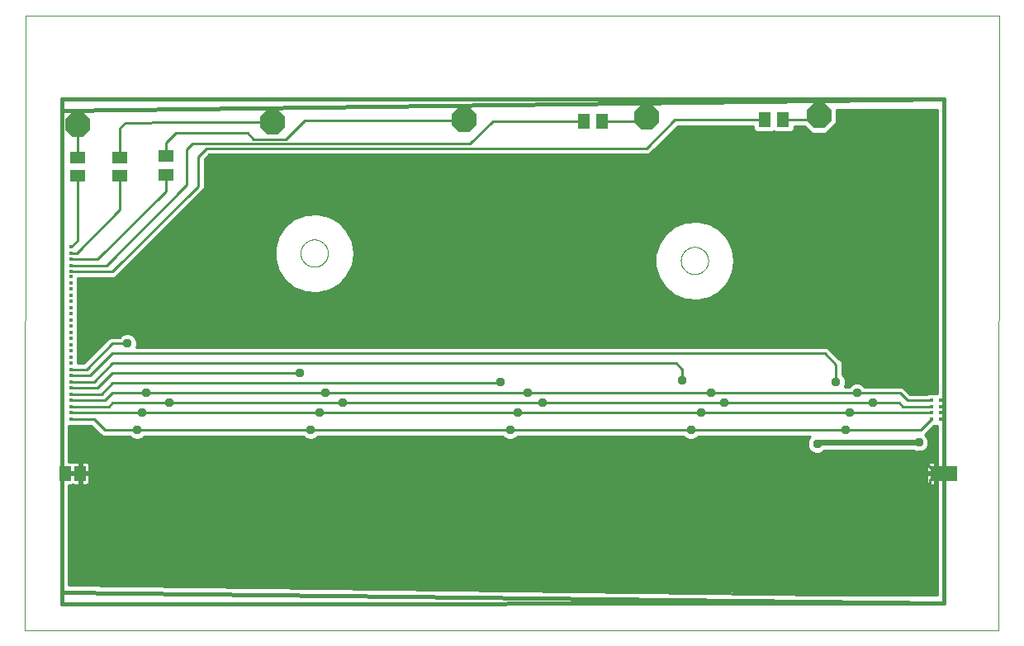
<source format=gbl>
G75*
%MOIN*%
%OFA0B0*%
%FSLAX25Y25*%
%IPPOS*%
%LPD*%
%AMOC8*
5,1,8,0,0,1.08239X$1,22.5*
%
%ADD10C,0.00000*%
%ADD11C,0.01600*%
%ADD12R,0.04600X0.06300*%
%ADD13R,0.01500X0.01500*%
%ADD14OC8,0.10000*%
%ADD15R,0.05906X0.05118*%
%ADD16R,0.05118X0.05906*%
%ADD17C,0.03762*%
%ADD18C,0.01000*%
%ADD19C,0.02400*%
D10*
X0001000Y0001000D02*
X0001500Y0249501D01*
X0394621Y0249501D01*
X0394121Y0001000D01*
X0001000Y0001000D01*
X0112488Y0153500D02*
X0112490Y0153648D01*
X0112496Y0153796D01*
X0112506Y0153944D01*
X0112520Y0154091D01*
X0112538Y0154238D01*
X0112559Y0154384D01*
X0112585Y0154530D01*
X0112615Y0154675D01*
X0112648Y0154819D01*
X0112686Y0154962D01*
X0112727Y0155104D01*
X0112772Y0155245D01*
X0112820Y0155385D01*
X0112873Y0155524D01*
X0112929Y0155661D01*
X0112989Y0155796D01*
X0113052Y0155930D01*
X0113119Y0156062D01*
X0113190Y0156192D01*
X0113264Y0156320D01*
X0113341Y0156446D01*
X0113422Y0156570D01*
X0113506Y0156692D01*
X0113593Y0156811D01*
X0113684Y0156928D01*
X0113778Y0157043D01*
X0113874Y0157155D01*
X0113974Y0157265D01*
X0114076Y0157371D01*
X0114182Y0157475D01*
X0114290Y0157576D01*
X0114401Y0157674D01*
X0114514Y0157770D01*
X0114630Y0157862D01*
X0114748Y0157951D01*
X0114869Y0158036D01*
X0114992Y0158119D01*
X0115117Y0158198D01*
X0115244Y0158274D01*
X0115373Y0158346D01*
X0115504Y0158415D01*
X0115637Y0158480D01*
X0115772Y0158541D01*
X0115908Y0158599D01*
X0116045Y0158654D01*
X0116184Y0158704D01*
X0116325Y0158751D01*
X0116466Y0158794D01*
X0116609Y0158834D01*
X0116753Y0158869D01*
X0116897Y0158901D01*
X0117043Y0158928D01*
X0117189Y0158952D01*
X0117336Y0158972D01*
X0117483Y0158988D01*
X0117630Y0159000D01*
X0117778Y0159008D01*
X0117926Y0159012D01*
X0118074Y0159012D01*
X0118222Y0159008D01*
X0118370Y0159000D01*
X0118517Y0158988D01*
X0118664Y0158972D01*
X0118811Y0158952D01*
X0118957Y0158928D01*
X0119103Y0158901D01*
X0119247Y0158869D01*
X0119391Y0158834D01*
X0119534Y0158794D01*
X0119675Y0158751D01*
X0119816Y0158704D01*
X0119955Y0158654D01*
X0120092Y0158599D01*
X0120228Y0158541D01*
X0120363Y0158480D01*
X0120496Y0158415D01*
X0120627Y0158346D01*
X0120756Y0158274D01*
X0120883Y0158198D01*
X0121008Y0158119D01*
X0121131Y0158036D01*
X0121252Y0157951D01*
X0121370Y0157862D01*
X0121486Y0157770D01*
X0121599Y0157674D01*
X0121710Y0157576D01*
X0121818Y0157475D01*
X0121924Y0157371D01*
X0122026Y0157265D01*
X0122126Y0157155D01*
X0122222Y0157043D01*
X0122316Y0156928D01*
X0122407Y0156811D01*
X0122494Y0156692D01*
X0122578Y0156570D01*
X0122659Y0156446D01*
X0122736Y0156320D01*
X0122810Y0156192D01*
X0122881Y0156062D01*
X0122948Y0155930D01*
X0123011Y0155796D01*
X0123071Y0155661D01*
X0123127Y0155524D01*
X0123180Y0155385D01*
X0123228Y0155245D01*
X0123273Y0155104D01*
X0123314Y0154962D01*
X0123352Y0154819D01*
X0123385Y0154675D01*
X0123415Y0154530D01*
X0123441Y0154384D01*
X0123462Y0154238D01*
X0123480Y0154091D01*
X0123494Y0153944D01*
X0123504Y0153796D01*
X0123510Y0153648D01*
X0123512Y0153500D01*
X0123510Y0153352D01*
X0123504Y0153204D01*
X0123494Y0153056D01*
X0123480Y0152909D01*
X0123462Y0152762D01*
X0123441Y0152616D01*
X0123415Y0152470D01*
X0123385Y0152325D01*
X0123352Y0152181D01*
X0123314Y0152038D01*
X0123273Y0151896D01*
X0123228Y0151755D01*
X0123180Y0151615D01*
X0123127Y0151476D01*
X0123071Y0151339D01*
X0123011Y0151204D01*
X0122948Y0151070D01*
X0122881Y0150938D01*
X0122810Y0150808D01*
X0122736Y0150680D01*
X0122659Y0150554D01*
X0122578Y0150430D01*
X0122494Y0150308D01*
X0122407Y0150189D01*
X0122316Y0150072D01*
X0122222Y0149957D01*
X0122126Y0149845D01*
X0122026Y0149735D01*
X0121924Y0149629D01*
X0121818Y0149525D01*
X0121710Y0149424D01*
X0121599Y0149326D01*
X0121486Y0149230D01*
X0121370Y0149138D01*
X0121252Y0149049D01*
X0121131Y0148964D01*
X0121008Y0148881D01*
X0120883Y0148802D01*
X0120756Y0148726D01*
X0120627Y0148654D01*
X0120496Y0148585D01*
X0120363Y0148520D01*
X0120228Y0148459D01*
X0120092Y0148401D01*
X0119955Y0148346D01*
X0119816Y0148296D01*
X0119675Y0148249D01*
X0119534Y0148206D01*
X0119391Y0148166D01*
X0119247Y0148131D01*
X0119103Y0148099D01*
X0118957Y0148072D01*
X0118811Y0148048D01*
X0118664Y0148028D01*
X0118517Y0148012D01*
X0118370Y0148000D01*
X0118222Y0147992D01*
X0118074Y0147988D01*
X0117926Y0147988D01*
X0117778Y0147992D01*
X0117630Y0148000D01*
X0117483Y0148012D01*
X0117336Y0148028D01*
X0117189Y0148048D01*
X0117043Y0148072D01*
X0116897Y0148099D01*
X0116753Y0148131D01*
X0116609Y0148166D01*
X0116466Y0148206D01*
X0116325Y0148249D01*
X0116184Y0148296D01*
X0116045Y0148346D01*
X0115908Y0148401D01*
X0115772Y0148459D01*
X0115637Y0148520D01*
X0115504Y0148585D01*
X0115373Y0148654D01*
X0115244Y0148726D01*
X0115117Y0148802D01*
X0114992Y0148881D01*
X0114869Y0148964D01*
X0114748Y0149049D01*
X0114630Y0149138D01*
X0114514Y0149230D01*
X0114401Y0149326D01*
X0114290Y0149424D01*
X0114182Y0149525D01*
X0114076Y0149629D01*
X0113974Y0149735D01*
X0113874Y0149845D01*
X0113778Y0149957D01*
X0113684Y0150072D01*
X0113593Y0150189D01*
X0113506Y0150308D01*
X0113422Y0150430D01*
X0113341Y0150554D01*
X0113264Y0150680D01*
X0113190Y0150808D01*
X0113119Y0150938D01*
X0113052Y0151070D01*
X0112989Y0151204D01*
X0112929Y0151339D01*
X0112873Y0151476D01*
X0112820Y0151615D01*
X0112772Y0151755D01*
X0112727Y0151896D01*
X0112686Y0152038D01*
X0112648Y0152181D01*
X0112615Y0152325D01*
X0112585Y0152470D01*
X0112559Y0152616D01*
X0112538Y0152762D01*
X0112520Y0152909D01*
X0112506Y0153056D01*
X0112496Y0153204D01*
X0112490Y0153352D01*
X0112488Y0153500D01*
X0265988Y0150500D02*
X0265990Y0150648D01*
X0265996Y0150796D01*
X0266006Y0150944D01*
X0266020Y0151091D01*
X0266038Y0151238D01*
X0266059Y0151384D01*
X0266085Y0151530D01*
X0266115Y0151675D01*
X0266148Y0151819D01*
X0266186Y0151962D01*
X0266227Y0152104D01*
X0266272Y0152245D01*
X0266320Y0152385D01*
X0266373Y0152524D01*
X0266429Y0152661D01*
X0266489Y0152796D01*
X0266552Y0152930D01*
X0266619Y0153062D01*
X0266690Y0153192D01*
X0266764Y0153320D01*
X0266841Y0153446D01*
X0266922Y0153570D01*
X0267006Y0153692D01*
X0267093Y0153811D01*
X0267184Y0153928D01*
X0267278Y0154043D01*
X0267374Y0154155D01*
X0267474Y0154265D01*
X0267576Y0154371D01*
X0267682Y0154475D01*
X0267790Y0154576D01*
X0267901Y0154674D01*
X0268014Y0154770D01*
X0268130Y0154862D01*
X0268248Y0154951D01*
X0268369Y0155036D01*
X0268492Y0155119D01*
X0268617Y0155198D01*
X0268744Y0155274D01*
X0268873Y0155346D01*
X0269004Y0155415D01*
X0269137Y0155480D01*
X0269272Y0155541D01*
X0269408Y0155599D01*
X0269545Y0155654D01*
X0269684Y0155704D01*
X0269825Y0155751D01*
X0269966Y0155794D01*
X0270109Y0155834D01*
X0270253Y0155869D01*
X0270397Y0155901D01*
X0270543Y0155928D01*
X0270689Y0155952D01*
X0270836Y0155972D01*
X0270983Y0155988D01*
X0271130Y0156000D01*
X0271278Y0156008D01*
X0271426Y0156012D01*
X0271574Y0156012D01*
X0271722Y0156008D01*
X0271870Y0156000D01*
X0272017Y0155988D01*
X0272164Y0155972D01*
X0272311Y0155952D01*
X0272457Y0155928D01*
X0272603Y0155901D01*
X0272747Y0155869D01*
X0272891Y0155834D01*
X0273034Y0155794D01*
X0273175Y0155751D01*
X0273316Y0155704D01*
X0273455Y0155654D01*
X0273592Y0155599D01*
X0273728Y0155541D01*
X0273863Y0155480D01*
X0273996Y0155415D01*
X0274127Y0155346D01*
X0274256Y0155274D01*
X0274383Y0155198D01*
X0274508Y0155119D01*
X0274631Y0155036D01*
X0274752Y0154951D01*
X0274870Y0154862D01*
X0274986Y0154770D01*
X0275099Y0154674D01*
X0275210Y0154576D01*
X0275318Y0154475D01*
X0275424Y0154371D01*
X0275526Y0154265D01*
X0275626Y0154155D01*
X0275722Y0154043D01*
X0275816Y0153928D01*
X0275907Y0153811D01*
X0275994Y0153692D01*
X0276078Y0153570D01*
X0276159Y0153446D01*
X0276236Y0153320D01*
X0276310Y0153192D01*
X0276381Y0153062D01*
X0276448Y0152930D01*
X0276511Y0152796D01*
X0276571Y0152661D01*
X0276627Y0152524D01*
X0276680Y0152385D01*
X0276728Y0152245D01*
X0276773Y0152104D01*
X0276814Y0151962D01*
X0276852Y0151819D01*
X0276885Y0151675D01*
X0276915Y0151530D01*
X0276941Y0151384D01*
X0276962Y0151238D01*
X0276980Y0151091D01*
X0276994Y0150944D01*
X0277004Y0150796D01*
X0277010Y0150648D01*
X0277012Y0150500D01*
X0277010Y0150352D01*
X0277004Y0150204D01*
X0276994Y0150056D01*
X0276980Y0149909D01*
X0276962Y0149762D01*
X0276941Y0149616D01*
X0276915Y0149470D01*
X0276885Y0149325D01*
X0276852Y0149181D01*
X0276814Y0149038D01*
X0276773Y0148896D01*
X0276728Y0148755D01*
X0276680Y0148615D01*
X0276627Y0148476D01*
X0276571Y0148339D01*
X0276511Y0148204D01*
X0276448Y0148070D01*
X0276381Y0147938D01*
X0276310Y0147808D01*
X0276236Y0147680D01*
X0276159Y0147554D01*
X0276078Y0147430D01*
X0275994Y0147308D01*
X0275907Y0147189D01*
X0275816Y0147072D01*
X0275722Y0146957D01*
X0275626Y0146845D01*
X0275526Y0146735D01*
X0275424Y0146629D01*
X0275318Y0146525D01*
X0275210Y0146424D01*
X0275099Y0146326D01*
X0274986Y0146230D01*
X0274870Y0146138D01*
X0274752Y0146049D01*
X0274631Y0145964D01*
X0274508Y0145881D01*
X0274383Y0145802D01*
X0274256Y0145726D01*
X0274127Y0145654D01*
X0273996Y0145585D01*
X0273863Y0145520D01*
X0273728Y0145459D01*
X0273592Y0145401D01*
X0273455Y0145346D01*
X0273316Y0145296D01*
X0273175Y0145249D01*
X0273034Y0145206D01*
X0272891Y0145166D01*
X0272747Y0145131D01*
X0272603Y0145099D01*
X0272457Y0145072D01*
X0272311Y0145048D01*
X0272164Y0145028D01*
X0272017Y0145012D01*
X0271870Y0145000D01*
X0271722Y0144992D01*
X0271574Y0144988D01*
X0271426Y0144988D01*
X0271278Y0144992D01*
X0271130Y0145000D01*
X0270983Y0145012D01*
X0270836Y0145028D01*
X0270689Y0145048D01*
X0270543Y0145072D01*
X0270397Y0145099D01*
X0270253Y0145131D01*
X0270109Y0145166D01*
X0269966Y0145206D01*
X0269825Y0145249D01*
X0269684Y0145296D01*
X0269545Y0145346D01*
X0269408Y0145401D01*
X0269272Y0145459D01*
X0269137Y0145520D01*
X0269004Y0145585D01*
X0268873Y0145654D01*
X0268744Y0145726D01*
X0268617Y0145802D01*
X0268492Y0145881D01*
X0268369Y0145964D01*
X0268248Y0146049D01*
X0268130Y0146138D01*
X0268014Y0146230D01*
X0267901Y0146326D01*
X0267790Y0146424D01*
X0267682Y0146525D01*
X0267576Y0146629D01*
X0267474Y0146735D01*
X0267374Y0146845D01*
X0267278Y0146957D01*
X0267184Y0147072D01*
X0267093Y0147189D01*
X0267006Y0147308D01*
X0266922Y0147430D01*
X0266841Y0147554D01*
X0266764Y0147680D01*
X0266690Y0147808D01*
X0266619Y0147938D01*
X0266552Y0148070D01*
X0266489Y0148204D01*
X0266429Y0148339D01*
X0266373Y0148476D01*
X0266320Y0148615D01*
X0266272Y0148755D01*
X0266227Y0148896D01*
X0266186Y0149038D01*
X0266148Y0149181D01*
X0266115Y0149325D01*
X0266085Y0149470D01*
X0266059Y0149616D01*
X0266038Y0149762D01*
X0266020Y0149909D01*
X0266006Y0150056D01*
X0265996Y0150204D01*
X0265990Y0150352D01*
X0265988Y0150500D01*
D11*
X0372200Y0215800D02*
X0016000Y0211200D01*
X0016000Y0215800D01*
X0372200Y0215800D01*
X0372250Y0215800D01*
X0372250Y0012000D01*
X0016000Y0011800D01*
X0016000Y0016500D01*
X0372300Y0012000D01*
X0016000Y0016500D02*
X0016000Y0030500D01*
X0016000Y0062000D01*
X0016000Y0211200D01*
D12*
X0017500Y0064500D03*
X0023500Y0064500D03*
X0369000Y0064500D03*
X0375000Y0064500D03*
D13*
X0370787Y0086500D03*
X0370787Y0089000D03*
X0370787Y0091500D03*
X0370787Y0094000D03*
X0367213Y0094000D03*
X0367213Y0091500D03*
X0367213Y0089000D03*
X0367213Y0086500D03*
X0019787Y0086500D03*
X0019787Y0089000D03*
X0019787Y0091500D03*
X0019787Y0094000D03*
X0019787Y0096500D03*
X0019787Y0099000D03*
X0019787Y0101500D03*
X0019787Y0104000D03*
X0019787Y0106500D03*
X0019787Y0109000D03*
X0019787Y0111500D03*
X0019787Y0114000D03*
X0019787Y0116500D03*
X0019787Y0119000D03*
X0019787Y0121500D03*
X0019787Y0124000D03*
X0019787Y0126500D03*
X0019787Y0129000D03*
X0019787Y0131500D03*
X0019787Y0134000D03*
X0019787Y0136500D03*
X0019787Y0139000D03*
X0019787Y0141500D03*
X0019787Y0144000D03*
X0019787Y0146000D03*
X0019787Y0148500D03*
X0019787Y0151000D03*
X0019787Y0153500D03*
X0019787Y0156000D03*
X0016213Y0156000D03*
X0016213Y0153500D03*
X0016213Y0151000D03*
X0016213Y0148500D03*
X0016213Y0146000D03*
X0016213Y0144000D03*
X0016213Y0141500D03*
X0016213Y0139000D03*
X0016213Y0136500D03*
X0016213Y0134000D03*
X0016213Y0131500D03*
X0016213Y0129000D03*
X0016213Y0126500D03*
X0016213Y0124000D03*
X0016213Y0121500D03*
X0016213Y0119000D03*
X0016213Y0116500D03*
X0016213Y0114000D03*
X0016213Y0111500D03*
X0016213Y0109000D03*
X0016213Y0106500D03*
X0016213Y0104000D03*
X0016213Y0101500D03*
X0016213Y0099000D03*
X0016213Y0096500D03*
X0016213Y0094000D03*
X0016213Y0091500D03*
X0016213Y0089000D03*
X0016213Y0086500D03*
D14*
X0022350Y0205300D03*
X0101050Y0206500D03*
X0178550Y0207400D03*
X0252200Y0208400D03*
X0321700Y0209050D03*
D15*
X0058000Y0192740D03*
X0058000Y0185260D03*
X0039450Y0184760D03*
X0039450Y0192240D03*
X0022400Y0192240D03*
X0022400Y0184760D03*
D16*
X0226760Y0206950D03*
X0234240Y0206950D03*
X0299760Y0207400D03*
X0307240Y0207400D03*
D17*
X0325000Y0126000D03*
X0328500Y0101500D03*
X0337000Y0097000D03*
X0343500Y0093000D03*
X0334000Y0089000D03*
X0332500Y0082000D03*
X0321000Y0076500D03*
X0339000Y0054500D03*
X0362500Y0072000D03*
X0362000Y0077000D03*
X0365000Y0107500D03*
X0283500Y0093000D03*
X0278000Y0097000D03*
X0274000Y0089000D03*
X0270000Y0082000D03*
X0266500Y0102000D03*
X0252500Y0124500D03*
X0210000Y0093000D03*
X0204000Y0097000D03*
X0200000Y0089000D03*
X0197000Y0082000D03*
X0193000Y0101500D03*
X0178000Y0124500D03*
X0129500Y0093000D03*
X0122500Y0097000D03*
X0120000Y0089000D03*
X0116500Y0082000D03*
X0112000Y0105000D03*
X0096000Y0124000D03*
X0059500Y0093000D03*
X0050000Y0097000D03*
X0048500Y0089000D03*
X0046500Y0082000D03*
X0042500Y0117000D03*
X0059500Y0046000D03*
X0090500Y0037500D03*
X0132000Y0045500D03*
X0171500Y0037000D03*
X0213500Y0046500D03*
X0245000Y0036500D03*
X0286000Y0046500D03*
X0316500Y0027500D03*
X0366500Y0041500D03*
D18*
X0366500Y0059000D01*
X0362000Y0054500D01*
X0339000Y0054500D01*
X0323255Y0073125D02*
X0321792Y0072519D01*
X0320208Y0072519D01*
X0318745Y0073125D01*
X0317625Y0074245D01*
X0317019Y0075708D01*
X0317019Y0077292D01*
X0317625Y0078755D01*
X0318270Y0079400D01*
X0273030Y0079400D01*
X0272255Y0078625D01*
X0270792Y0078019D01*
X0269208Y0078019D01*
X0267745Y0078625D01*
X0266970Y0079400D01*
X0200030Y0079400D01*
X0199255Y0078625D01*
X0197792Y0078019D01*
X0196208Y0078019D01*
X0194745Y0078625D01*
X0193970Y0079400D01*
X0119530Y0079400D01*
X0118755Y0078625D01*
X0117292Y0078019D01*
X0115708Y0078019D01*
X0114245Y0078625D01*
X0113470Y0079400D01*
X0049530Y0079400D01*
X0048755Y0078625D01*
X0047292Y0078019D01*
X0045708Y0078019D01*
X0044245Y0078625D01*
X0043470Y0079400D01*
X0032983Y0079400D01*
X0032027Y0079796D01*
X0027923Y0083900D01*
X0021657Y0083900D01*
X0021407Y0083650D01*
X0018900Y0083650D01*
X0018900Y0069150D01*
X0019997Y0069150D01*
X0020379Y0069048D01*
X0020500Y0068978D01*
X0020621Y0069048D01*
X0021003Y0069150D01*
X0023000Y0069150D01*
X0023000Y0065000D01*
X0024000Y0065000D01*
X0024000Y0069150D01*
X0025997Y0069150D01*
X0026379Y0069048D01*
X0026721Y0068850D01*
X0027000Y0068571D01*
X0027198Y0068229D01*
X0027300Y0067847D01*
X0027300Y0065000D01*
X0024000Y0065000D01*
X0024000Y0064000D01*
X0027300Y0064000D01*
X0027300Y0061153D01*
X0027198Y0060771D01*
X0027000Y0060429D01*
X0026721Y0060150D01*
X0026379Y0059952D01*
X0025997Y0059850D01*
X0024000Y0059850D01*
X0024000Y0064000D01*
X0023000Y0064000D01*
X0018900Y0064000D01*
X0018900Y0065000D01*
X0023000Y0065000D01*
X0023000Y0064000D01*
X0023000Y0059850D01*
X0021003Y0059850D01*
X0020621Y0059952D01*
X0020500Y0060022D01*
X0020379Y0059952D01*
X0019997Y0059850D01*
X0018900Y0059850D01*
X0018900Y0019364D01*
X0324811Y0015500D01*
X0369350Y0015500D01*
X0369350Y0064000D01*
X0368500Y0064000D01*
X0368500Y0059850D01*
X0366503Y0059850D01*
X0366121Y0059952D01*
X0365779Y0060150D01*
X0365500Y0060429D01*
X0365302Y0060771D01*
X0365200Y0061153D01*
X0365200Y0064000D01*
X0368500Y0064000D01*
X0368500Y0065000D01*
X0368500Y0069150D01*
X0366503Y0069150D01*
X0366121Y0069048D01*
X0365779Y0068850D01*
X0365500Y0068571D01*
X0365302Y0068229D01*
X0365200Y0067847D01*
X0365200Y0065000D01*
X0368500Y0065000D01*
X0369350Y0065000D01*
X0369350Y0083650D01*
X0369168Y0083650D01*
X0369000Y0083818D01*
X0368832Y0083650D01*
X0368040Y0083650D01*
X0364510Y0080120D01*
X0365375Y0079255D01*
X0365981Y0077792D01*
X0365981Y0076208D01*
X0365375Y0074745D01*
X0364255Y0073625D01*
X0362792Y0073019D01*
X0361208Y0073019D01*
X0359745Y0073625D01*
X0359670Y0073700D01*
X0323830Y0073700D01*
X0323255Y0073125D01*
X0322695Y0072893D02*
X0369350Y0072893D01*
X0369350Y0073891D02*
X0364521Y0073891D01*
X0365435Y0074890D02*
X0369350Y0074890D01*
X0369350Y0075888D02*
X0365849Y0075888D01*
X0365981Y0076887D02*
X0369350Y0076887D01*
X0369350Y0077885D02*
X0365942Y0077885D01*
X0365529Y0078884D02*
X0369350Y0078884D01*
X0369350Y0079882D02*
X0364748Y0079882D01*
X0365270Y0080881D02*
X0369350Y0080881D01*
X0369350Y0081879D02*
X0366269Y0081879D01*
X0367267Y0082878D02*
X0369350Y0082878D01*
X0367213Y0086500D02*
X0362713Y0082000D01*
X0332500Y0082000D01*
X0270000Y0082000D01*
X0197000Y0082000D01*
X0116500Y0082000D01*
X0046500Y0082000D01*
X0033500Y0082000D01*
X0029000Y0086500D01*
X0019787Y0086500D01*
X0019787Y0089000D02*
X0048500Y0089000D01*
X0120000Y0089000D01*
X0200000Y0089000D01*
X0274000Y0089000D01*
X0334000Y0089000D01*
X0367213Y0089000D01*
X0367213Y0091500D02*
X0355500Y0091500D01*
X0354000Y0093000D01*
X0343500Y0093000D01*
X0283500Y0093000D01*
X0210000Y0093000D01*
X0129500Y0093000D01*
X0059500Y0093000D01*
X0036500Y0093000D01*
X0035000Y0091500D01*
X0019787Y0091500D01*
X0019787Y0094000D02*
X0033500Y0094000D01*
X0036500Y0097000D01*
X0050000Y0097000D01*
X0122500Y0097000D01*
X0204000Y0097000D01*
X0278000Y0097000D01*
X0337000Y0097000D01*
X0354500Y0097000D01*
X0357500Y0094000D01*
X0367213Y0094000D01*
X0365343Y0096600D02*
X0358577Y0096600D01*
X0355973Y0099204D01*
X0355017Y0099600D01*
X0340030Y0099600D01*
X0339255Y0100375D01*
X0337792Y0100981D01*
X0336208Y0100981D01*
X0334745Y0100375D01*
X0333970Y0099600D01*
X0332022Y0099600D01*
X0332481Y0100708D01*
X0332481Y0102292D01*
X0331875Y0103755D01*
X0331100Y0104530D01*
X0331100Y0109017D01*
X0330704Y0109973D01*
X0329973Y0110704D01*
X0325473Y0115204D01*
X0324517Y0115600D01*
X0046229Y0115600D01*
X0046481Y0116208D01*
X0046481Y0117792D01*
X0045875Y0119255D01*
X0044755Y0120375D01*
X0043292Y0120981D01*
X0041708Y0120981D01*
X0040245Y0120375D01*
X0039470Y0119600D01*
X0035983Y0119600D01*
X0035027Y0119204D01*
X0034296Y0118473D01*
X0024923Y0109100D01*
X0022637Y0109100D01*
X0022637Y0143400D01*
X0037017Y0143400D01*
X0037973Y0143796D01*
X0073311Y0179134D01*
X0073707Y0180090D01*
X0073707Y0191530D01*
X0075477Y0193300D01*
X0252627Y0193300D01*
X0253582Y0193696D01*
X0254314Y0194427D01*
X0264686Y0204800D01*
X0295101Y0204800D01*
X0295101Y0203577D01*
X0296331Y0202347D01*
X0303189Y0202347D01*
X0303500Y0202659D01*
X0303811Y0202347D01*
X0310669Y0202347D01*
X0311899Y0203577D01*
X0311899Y0204800D01*
X0315909Y0204800D01*
X0318759Y0201950D01*
X0324641Y0201950D01*
X0328800Y0206109D01*
X0328800Y0211500D01*
X0369350Y0211500D01*
X0369350Y0096850D01*
X0369168Y0096850D01*
X0369000Y0096682D01*
X0368832Y0096850D01*
X0365593Y0096850D01*
X0365343Y0096600D01*
X0369350Y0096857D02*
X0358320Y0096857D01*
X0357321Y0097856D02*
X0369350Y0097856D01*
X0369350Y0098854D02*
X0356323Y0098854D01*
X0369350Y0099853D02*
X0339777Y0099853D01*
X0338106Y0100851D02*
X0369350Y0100851D01*
X0369350Y0101850D02*
X0332481Y0101850D01*
X0332481Y0100851D02*
X0335894Y0100851D01*
X0334223Y0099853D02*
X0332127Y0099853D01*
X0328500Y0101500D02*
X0328500Y0108500D01*
X0324000Y0113000D01*
X0036500Y0113000D01*
X0027500Y0104000D01*
X0019787Y0104000D01*
X0019787Y0101500D02*
X0029000Y0101500D01*
X0036500Y0109000D01*
X0264000Y0109000D01*
X0266500Y0106500D01*
X0266500Y0102000D01*
X0267486Y0078884D02*
X0199514Y0078884D01*
X0194486Y0078884D02*
X0119014Y0078884D01*
X0113986Y0078884D02*
X0049014Y0078884D01*
X0043986Y0078884D02*
X0018900Y0078884D01*
X0018900Y0079882D02*
X0031941Y0079882D01*
X0030942Y0080881D02*
X0018900Y0080881D01*
X0018900Y0081879D02*
X0029944Y0081879D01*
X0028945Y0082878D02*
X0018900Y0082878D01*
X0021634Y0083876D02*
X0027947Y0083876D01*
X0018900Y0077885D02*
X0317265Y0077885D01*
X0317019Y0076887D02*
X0018900Y0076887D01*
X0018900Y0075888D02*
X0317019Y0075888D01*
X0317358Y0074890D02*
X0018900Y0074890D01*
X0018900Y0073891D02*
X0317979Y0073891D01*
X0319305Y0072893D02*
X0018900Y0072893D01*
X0018900Y0071894D02*
X0369350Y0071894D01*
X0369350Y0070896D02*
X0018900Y0070896D01*
X0018900Y0069897D02*
X0369350Y0069897D01*
X0369350Y0068899D02*
X0368500Y0068899D01*
X0368500Y0067900D02*
X0369350Y0067900D01*
X0369350Y0066902D02*
X0368500Y0066902D01*
X0368500Y0065903D02*
X0369350Y0065903D01*
X0368500Y0064905D02*
X0024000Y0064905D01*
X0023500Y0064500D02*
X0032000Y0064500D01*
X0041500Y0055000D01*
X0058500Y0055000D01*
X0059500Y0054000D01*
X0059500Y0046000D01*
X0082000Y0046000D01*
X0090500Y0037500D01*
X0128870Y0017975D02*
X0369350Y0017975D01*
X0369350Y0018973D02*
X0049809Y0018973D01*
X0018900Y0019972D02*
X0369350Y0019972D01*
X0369350Y0020970D02*
X0018900Y0020970D01*
X0018900Y0021969D02*
X0369350Y0021969D01*
X0369350Y0022967D02*
X0018900Y0022967D01*
X0018900Y0023966D02*
X0369350Y0023966D01*
X0369350Y0024964D02*
X0018900Y0024964D01*
X0018900Y0025963D02*
X0369350Y0025963D01*
X0369350Y0026961D02*
X0018900Y0026961D01*
X0018900Y0027960D02*
X0369350Y0027960D01*
X0369350Y0028958D02*
X0018900Y0028958D01*
X0018900Y0029957D02*
X0369350Y0029957D01*
X0369350Y0030955D02*
X0018900Y0030955D01*
X0018900Y0031954D02*
X0369350Y0031954D01*
X0369350Y0032952D02*
X0018900Y0032952D01*
X0018900Y0033951D02*
X0369350Y0033951D01*
X0369350Y0034949D02*
X0018900Y0034949D01*
X0018900Y0035948D02*
X0369350Y0035948D01*
X0369350Y0036946D02*
X0018900Y0036946D01*
X0018900Y0037945D02*
X0369350Y0037945D01*
X0369350Y0038943D02*
X0018900Y0038943D01*
X0018900Y0039942D02*
X0369350Y0039942D01*
X0369350Y0040940D02*
X0018900Y0040940D01*
X0018900Y0041939D02*
X0369350Y0041939D01*
X0369350Y0042937D02*
X0018900Y0042937D01*
X0018900Y0043936D02*
X0369350Y0043936D01*
X0369350Y0044934D02*
X0018900Y0044934D01*
X0018900Y0045933D02*
X0369350Y0045933D01*
X0369350Y0046932D02*
X0018900Y0046932D01*
X0018900Y0047930D02*
X0369350Y0047930D01*
X0369350Y0048929D02*
X0018900Y0048929D01*
X0018900Y0049927D02*
X0369350Y0049927D01*
X0369350Y0050926D02*
X0018900Y0050926D01*
X0018900Y0051924D02*
X0369350Y0051924D01*
X0369350Y0052923D02*
X0018900Y0052923D01*
X0018900Y0053921D02*
X0369350Y0053921D01*
X0369350Y0054920D02*
X0018900Y0054920D01*
X0018900Y0055918D02*
X0369350Y0055918D01*
X0369350Y0056917D02*
X0018900Y0056917D01*
X0018900Y0057915D02*
X0369350Y0057915D01*
X0369350Y0058914D02*
X0018900Y0058914D01*
X0020229Y0059912D02*
X0020770Y0059912D01*
X0023000Y0059912D02*
X0024000Y0059912D01*
X0024000Y0060911D02*
X0023000Y0060911D01*
X0023000Y0061909D02*
X0024000Y0061909D01*
X0024000Y0062908D02*
X0023000Y0062908D01*
X0023000Y0063906D02*
X0024000Y0063906D01*
X0023000Y0064905D02*
X0018900Y0064905D01*
X0023000Y0065903D02*
X0024000Y0065903D01*
X0024000Y0066902D02*
X0023000Y0066902D01*
X0023000Y0067900D02*
X0024000Y0067900D01*
X0024000Y0068899D02*
X0023000Y0068899D01*
X0026637Y0068899D02*
X0365863Y0068899D01*
X0365214Y0067900D02*
X0027286Y0067900D01*
X0027300Y0066902D02*
X0365200Y0066902D01*
X0365200Y0065903D02*
X0027300Y0065903D01*
X0027300Y0063906D02*
X0365200Y0063906D01*
X0365200Y0062908D02*
X0027300Y0062908D01*
X0027300Y0061909D02*
X0365200Y0061909D01*
X0365265Y0060911D02*
X0027235Y0060911D01*
X0026229Y0059912D02*
X0366270Y0059912D01*
X0366500Y0059000D02*
X0366500Y0062000D01*
X0369000Y0064500D01*
X0362500Y0071000D01*
X0362500Y0072000D01*
X0368500Y0063906D02*
X0369350Y0063906D01*
X0369350Y0062908D02*
X0368500Y0062908D01*
X0368500Y0061909D02*
X0369350Y0061909D01*
X0369350Y0060911D02*
X0368500Y0060911D01*
X0368500Y0059912D02*
X0369350Y0059912D01*
X0317754Y0078884D02*
X0272514Y0078884D01*
X0286000Y0046500D02*
X0306500Y0046500D01*
X0309500Y0043500D01*
X0309500Y0034000D01*
X0316500Y0027500D01*
X0286990Y0015978D02*
X0369350Y0015978D01*
X0369350Y0016976D02*
X0207930Y0016976D01*
X0235000Y0046500D02*
X0245000Y0036500D01*
X0235000Y0046500D02*
X0213500Y0046500D01*
X0171500Y0037000D02*
X0163000Y0045500D01*
X0132000Y0045500D01*
X0192500Y0101000D02*
X0193000Y0101500D01*
X0192500Y0101000D02*
X0036500Y0101000D01*
X0032000Y0096500D01*
X0019787Y0096500D01*
X0019787Y0099000D02*
X0030500Y0099000D01*
X0036500Y0105000D01*
X0112000Y0105000D01*
X0114417Y0137804D02*
X0119203Y0137445D01*
X0119203Y0137445D01*
X0123882Y0138513D01*
X0128038Y0140913D01*
X0131302Y0144431D01*
X0133385Y0148754D01*
X0134100Y0153500D01*
X0133385Y0158246D01*
X0131302Y0162569D01*
X0128038Y0166087D01*
X0123882Y0168487D01*
X0119203Y0169555D01*
X0114417Y0169196D01*
X0109950Y0167443D01*
X0109950Y0167443D01*
X0106198Y0164451D01*
X0103494Y0160486D01*
X0102080Y0155900D01*
X0102080Y0151100D01*
X0103494Y0146514D01*
X0106198Y0142549D01*
X0109950Y0139557D01*
X0114417Y0137804D01*
X0114417Y0137804D01*
X0114519Y0137796D02*
X0022637Y0137796D01*
X0022637Y0136798D02*
X0263148Y0136798D01*
X0263450Y0136557D02*
X0263450Y0136557D01*
X0267917Y0134804D01*
X0267917Y0134804D01*
X0272703Y0134445D01*
X0272703Y0134445D01*
X0277382Y0135513D01*
X0281538Y0137913D01*
X0284802Y0141431D01*
X0286885Y0145754D01*
X0286885Y0145754D01*
X0287600Y0150500D01*
X0286885Y0155246D01*
X0284802Y0159569D01*
X0281538Y0163087D01*
X0277382Y0165487D01*
X0272703Y0166555D01*
X0267917Y0166196D01*
X0263450Y0164443D01*
X0263450Y0164443D01*
X0259698Y0161451D01*
X0259698Y0161451D01*
X0256994Y0157486D01*
X0255580Y0152900D01*
X0255580Y0148100D01*
X0256994Y0143514D01*
X0259698Y0139549D01*
X0263450Y0136557D01*
X0261896Y0137796D02*
X0120741Y0137796D01*
X0123882Y0138513D02*
X0123882Y0138513D01*
X0124370Y0138795D02*
X0260644Y0138795D01*
X0259698Y0139549D02*
X0259698Y0139549D01*
X0259698Y0139549D01*
X0259532Y0139793D02*
X0126099Y0139793D01*
X0127829Y0140792D02*
X0258851Y0140792D01*
X0258170Y0141790D02*
X0128852Y0141790D01*
X0128038Y0140913D02*
X0128038Y0140913D01*
X0129779Y0142789D02*
X0257489Y0142789D01*
X0256994Y0143514D02*
X0256994Y0143514D01*
X0256910Y0143787D02*
X0130705Y0143787D01*
X0131473Y0144786D02*
X0256602Y0144786D01*
X0256294Y0145784D02*
X0131954Y0145784D01*
X0132435Y0146783D02*
X0255986Y0146783D01*
X0255678Y0147781D02*
X0132916Y0147781D01*
X0133389Y0148780D02*
X0255580Y0148780D01*
X0255580Y0149778D02*
X0133539Y0149778D01*
X0133690Y0150777D02*
X0255580Y0150777D01*
X0255580Y0151775D02*
X0133840Y0151775D01*
X0133991Y0152774D02*
X0255580Y0152774D01*
X0255849Y0153772D02*
X0134059Y0153772D01*
X0134100Y0153500D02*
X0134100Y0153500D01*
X0133908Y0154771D02*
X0256157Y0154771D01*
X0256465Y0155769D02*
X0133758Y0155769D01*
X0133607Y0156768D02*
X0256773Y0156768D01*
X0256994Y0157486D02*
X0256994Y0157486D01*
X0257186Y0157766D02*
X0133457Y0157766D01*
X0133385Y0158246D02*
X0133385Y0158246D01*
X0133135Y0158765D02*
X0257867Y0158765D01*
X0258547Y0159763D02*
X0132654Y0159763D01*
X0132173Y0160762D02*
X0259228Y0160762D01*
X0259698Y0161451D02*
X0259698Y0161451D01*
X0260086Y0161760D02*
X0131692Y0161760D01*
X0131302Y0162569D02*
X0131302Y0162569D01*
X0131127Y0162759D02*
X0261338Y0162759D01*
X0262590Y0163757D02*
X0130200Y0163757D01*
X0129274Y0164756D02*
X0264247Y0164756D01*
X0266791Y0165754D02*
X0128347Y0165754D01*
X0128038Y0166087D02*
X0128038Y0166087D01*
X0126886Y0166753D02*
X0369350Y0166753D01*
X0369350Y0167751D02*
X0125156Y0167751D01*
X0123882Y0168487D02*
X0123882Y0168487D01*
X0122730Y0168750D02*
X0369350Y0168750D01*
X0369350Y0169748D02*
X0063925Y0169748D01*
X0062927Y0168750D02*
X0113280Y0168750D01*
X0114417Y0169196D02*
X0114417Y0169196D01*
X0110736Y0167751D02*
X0061928Y0167751D01*
X0060930Y0166753D02*
X0109085Y0166753D01*
X0107833Y0165754D02*
X0059931Y0165754D01*
X0058933Y0164756D02*
X0106580Y0164756D01*
X0106198Y0164451D02*
X0106198Y0164451D01*
X0105725Y0163757D02*
X0057934Y0163757D01*
X0056936Y0162759D02*
X0105044Y0162759D01*
X0104364Y0161760D02*
X0055937Y0161760D01*
X0054939Y0160762D02*
X0103683Y0160762D01*
X0103494Y0160486D02*
X0103494Y0160486D01*
X0103272Y0159763D02*
X0053940Y0159763D01*
X0052942Y0158765D02*
X0102964Y0158765D01*
X0102656Y0157766D02*
X0051943Y0157766D01*
X0050945Y0156768D02*
X0102348Y0156768D01*
X0102080Y0155769D02*
X0049946Y0155769D01*
X0048948Y0154771D02*
X0102080Y0154771D01*
X0102080Y0153772D02*
X0047949Y0153772D01*
X0046951Y0152774D02*
X0102080Y0152774D01*
X0102080Y0151775D02*
X0045952Y0151775D01*
X0044954Y0150777D02*
X0102180Y0150777D01*
X0102488Y0149778D02*
X0043955Y0149778D01*
X0042957Y0148780D02*
X0102796Y0148780D01*
X0103104Y0147781D02*
X0041958Y0147781D01*
X0040960Y0146783D02*
X0103412Y0146783D01*
X0103494Y0146514D02*
X0103494Y0146514D01*
X0103992Y0145784D02*
X0039961Y0145784D01*
X0038963Y0144786D02*
X0104673Y0144786D01*
X0105354Y0143787D02*
X0037952Y0143787D01*
X0036500Y0146000D02*
X0071107Y0180607D01*
X0071107Y0192607D01*
X0074400Y0195900D01*
X0252110Y0195900D01*
X0263610Y0207400D01*
X0299760Y0207400D01*
X0295101Y0204696D02*
X0264583Y0204696D01*
X0263584Y0203698D02*
X0295101Y0203698D01*
X0295979Y0202699D02*
X0262586Y0202699D01*
X0261587Y0201701D02*
X0369350Y0201701D01*
X0369350Y0202699D02*
X0325390Y0202699D01*
X0326389Y0203698D02*
X0369350Y0203698D01*
X0369350Y0204696D02*
X0327387Y0204696D01*
X0328386Y0205695D02*
X0369350Y0205695D01*
X0369350Y0206693D02*
X0328800Y0206693D01*
X0328800Y0207692D02*
X0369350Y0207692D01*
X0369350Y0208690D02*
X0328800Y0208690D01*
X0328800Y0209689D02*
X0369350Y0209689D01*
X0369350Y0210687D02*
X0328800Y0210687D01*
X0321700Y0209050D02*
X0320050Y0207400D01*
X0307240Y0207400D01*
X0311899Y0204696D02*
X0316013Y0204696D01*
X0317011Y0203698D02*
X0311899Y0203698D01*
X0311021Y0202699D02*
X0318010Y0202699D01*
X0369350Y0200702D02*
X0260589Y0200702D01*
X0259590Y0199704D02*
X0369350Y0199704D01*
X0369350Y0198705D02*
X0258592Y0198705D01*
X0257593Y0197707D02*
X0369350Y0197707D01*
X0369350Y0196708D02*
X0256595Y0196708D01*
X0255596Y0195710D02*
X0369350Y0195710D01*
X0369350Y0194711D02*
X0254598Y0194711D01*
X0253599Y0193713D02*
X0369350Y0193713D01*
X0369350Y0192714D02*
X0074891Y0192714D01*
X0073893Y0191716D02*
X0369350Y0191716D01*
X0369350Y0190717D02*
X0073707Y0190717D01*
X0073707Y0189719D02*
X0369350Y0189719D01*
X0369350Y0188720D02*
X0073707Y0188720D01*
X0073707Y0187722D02*
X0369350Y0187722D01*
X0369350Y0186723D02*
X0073707Y0186723D01*
X0073707Y0185725D02*
X0369350Y0185725D01*
X0369350Y0184726D02*
X0073707Y0184726D01*
X0073707Y0183728D02*
X0369350Y0183728D01*
X0369350Y0182729D02*
X0073707Y0182729D01*
X0073707Y0181731D02*
X0369350Y0181731D01*
X0369350Y0180732D02*
X0073707Y0180732D01*
X0073559Y0179734D02*
X0369350Y0179734D01*
X0369350Y0178735D02*
X0072912Y0178735D01*
X0071913Y0177737D02*
X0369350Y0177737D01*
X0369350Y0176738D02*
X0070915Y0176738D01*
X0069916Y0175739D02*
X0369350Y0175739D01*
X0369350Y0174741D02*
X0068918Y0174741D01*
X0067919Y0173742D02*
X0369350Y0173742D01*
X0369350Y0172744D02*
X0066921Y0172744D01*
X0065922Y0171745D02*
X0369350Y0171745D01*
X0369350Y0170747D02*
X0064924Y0170747D01*
X0058000Y0178500D02*
X0030500Y0151000D01*
X0019787Y0151000D01*
X0019787Y0148500D02*
X0034000Y0148500D01*
X0066500Y0181000D01*
X0066500Y0195500D01*
X0068700Y0197700D01*
X0180760Y0197700D01*
X0190010Y0206950D01*
X0226760Y0206950D01*
X0234240Y0206950D02*
X0250750Y0206950D01*
X0252200Y0208400D01*
X0267917Y0166196D02*
X0267917Y0166196D01*
X0272703Y0166555D02*
X0272703Y0166555D01*
X0276211Y0165754D02*
X0369350Y0165754D01*
X0369350Y0164756D02*
X0278648Y0164756D01*
X0277382Y0165487D02*
X0277382Y0165487D01*
X0280378Y0163757D02*
X0369350Y0163757D01*
X0369350Y0162759D02*
X0281843Y0162759D01*
X0281538Y0163087D02*
X0281538Y0163087D01*
X0282770Y0161760D02*
X0369350Y0161760D01*
X0369350Y0160762D02*
X0283696Y0160762D01*
X0284623Y0159763D02*
X0369350Y0159763D01*
X0369350Y0158765D02*
X0285190Y0158765D01*
X0284802Y0159569D02*
X0284802Y0159569D01*
X0285671Y0157766D02*
X0369350Y0157766D01*
X0369350Y0156768D02*
X0286152Y0156768D01*
X0286633Y0155769D02*
X0369350Y0155769D01*
X0369350Y0154771D02*
X0286956Y0154771D01*
X0286885Y0155246D02*
X0286885Y0155246D01*
X0287107Y0153772D02*
X0369350Y0153772D01*
X0369350Y0152774D02*
X0287257Y0152774D01*
X0287408Y0151775D02*
X0369350Y0151775D01*
X0369350Y0150777D02*
X0287558Y0150777D01*
X0287491Y0149778D02*
X0369350Y0149778D01*
X0369350Y0148780D02*
X0287341Y0148780D01*
X0287190Y0147781D02*
X0369350Y0147781D01*
X0369350Y0146783D02*
X0287040Y0146783D01*
X0286889Y0145784D02*
X0369350Y0145784D01*
X0369350Y0144786D02*
X0286418Y0144786D01*
X0285937Y0143787D02*
X0369350Y0143787D01*
X0369350Y0142789D02*
X0285456Y0142789D01*
X0284976Y0141790D02*
X0369350Y0141790D01*
X0369350Y0140792D02*
X0284210Y0140792D01*
X0284802Y0141431D02*
X0284802Y0141431D01*
X0283283Y0139793D02*
X0369350Y0139793D01*
X0369350Y0138795D02*
X0282357Y0138795D01*
X0281538Y0137913D02*
X0281538Y0137913D01*
X0281336Y0137796D02*
X0369350Y0137796D01*
X0369350Y0136798D02*
X0279607Y0136798D01*
X0277878Y0135799D02*
X0369350Y0135799D01*
X0369350Y0134801D02*
X0274261Y0134801D01*
X0277382Y0135513D02*
X0277382Y0135513D01*
X0267959Y0134801D02*
X0022637Y0134801D01*
X0022637Y0135799D02*
X0265381Y0135799D01*
X0325847Y0114830D02*
X0369350Y0114830D01*
X0369350Y0113832D02*
X0326845Y0113832D01*
X0327844Y0112833D02*
X0369350Y0112833D01*
X0369350Y0111835D02*
X0328842Y0111835D01*
X0329841Y0110836D02*
X0369350Y0110836D01*
X0369350Y0109838D02*
X0330760Y0109838D01*
X0331100Y0108839D02*
X0369350Y0108839D01*
X0369350Y0107841D02*
X0331100Y0107841D01*
X0331100Y0106842D02*
X0369350Y0106842D01*
X0369350Y0105844D02*
X0331100Y0105844D01*
X0331100Y0104845D02*
X0369350Y0104845D01*
X0369350Y0103847D02*
X0331783Y0103847D01*
X0332251Y0102848D02*
X0369350Y0102848D01*
X0369350Y0115829D02*
X0046324Y0115829D01*
X0046481Y0116827D02*
X0369350Y0116827D01*
X0369350Y0117826D02*
X0046467Y0117826D01*
X0046053Y0118824D02*
X0369350Y0118824D01*
X0369350Y0119823D02*
X0045307Y0119823D01*
X0043678Y0120821D02*
X0369350Y0120821D01*
X0369350Y0121820D02*
X0022637Y0121820D01*
X0022637Y0122818D02*
X0369350Y0122818D01*
X0369350Y0123817D02*
X0022637Y0123817D01*
X0022637Y0124815D02*
X0369350Y0124815D01*
X0369350Y0125814D02*
X0022637Y0125814D01*
X0022637Y0126812D02*
X0369350Y0126812D01*
X0369350Y0127811D02*
X0022637Y0127811D01*
X0022637Y0128809D02*
X0369350Y0128809D01*
X0369350Y0129808D02*
X0022637Y0129808D01*
X0022637Y0130806D02*
X0369350Y0130806D01*
X0369350Y0131805D02*
X0022637Y0131805D01*
X0022637Y0132803D02*
X0369350Y0132803D01*
X0369350Y0133802D02*
X0022637Y0133802D01*
X0022637Y0138795D02*
X0111893Y0138795D01*
X0109950Y0139557D02*
X0109950Y0139557D01*
X0109654Y0139793D02*
X0022637Y0139793D01*
X0022637Y0140792D02*
X0108402Y0140792D01*
X0107150Y0141790D02*
X0022637Y0141790D01*
X0022637Y0142789D02*
X0106035Y0142789D01*
X0106198Y0142549D02*
X0106198Y0142549D01*
X0106198Y0142549D01*
X0119203Y0169555D02*
X0119203Y0169555D01*
X0106500Y0199500D02*
X0093500Y0199500D01*
X0091000Y0202000D01*
X0062000Y0202000D01*
X0058000Y0198000D01*
X0058000Y0192740D01*
X0058000Y0185260D02*
X0058000Y0178500D01*
X0039500Y0181829D02*
X0039500Y0171000D01*
X0022000Y0153500D01*
X0019787Y0153500D01*
X0019787Y0156000D02*
X0022400Y0158613D01*
X0022400Y0184760D01*
X0022350Y0192333D02*
X0022350Y0205300D01*
X0039500Y0204000D02*
X0039500Y0192429D01*
X0039450Y0184760D02*
X0039450Y0181879D01*
X0039500Y0181829D01*
X0039500Y0204000D02*
X0041732Y0206232D01*
X0062495Y0206500D01*
X0101050Y0206500D01*
X0106500Y0199500D02*
X0114167Y0207167D01*
X0178317Y0207167D01*
X0178550Y0207400D01*
X0041322Y0120821D02*
X0022637Y0120821D01*
X0022637Y0119823D02*
X0039693Y0119823D01*
X0042500Y0117000D02*
X0036500Y0117000D01*
X0026000Y0106500D01*
X0019787Y0106500D01*
X0022637Y0109838D02*
X0025661Y0109838D01*
X0026659Y0110836D02*
X0022637Y0110836D01*
X0022637Y0111835D02*
X0027658Y0111835D01*
X0028656Y0112833D02*
X0022637Y0112833D01*
X0022637Y0113832D02*
X0029655Y0113832D01*
X0030653Y0114830D02*
X0022637Y0114830D01*
X0022637Y0115829D02*
X0031652Y0115829D01*
X0032650Y0116827D02*
X0022637Y0116827D01*
X0022637Y0117826D02*
X0033649Y0117826D01*
X0034647Y0118824D02*
X0022637Y0118824D01*
X0019787Y0146000D02*
X0036500Y0146000D01*
D19*
X0321000Y0076500D02*
X0321500Y0077000D01*
X0362000Y0077000D01*
M02*

</source>
